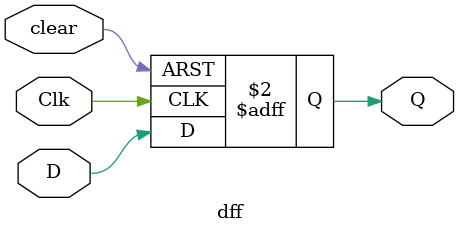
<source format=v>
`timescale 1ns / 1ps

module dff(
    D,
    Clk,
    clear,
    Q);
    
    input D;
    input Clk;
    input clear;
    output reg Q;
    
    always@(posedge Clk or posedge clear)
        if (clear)
        begin
            Q <= 1'b0;
        end else
        begin
            Q <= D;
        end
endmodule

</source>
